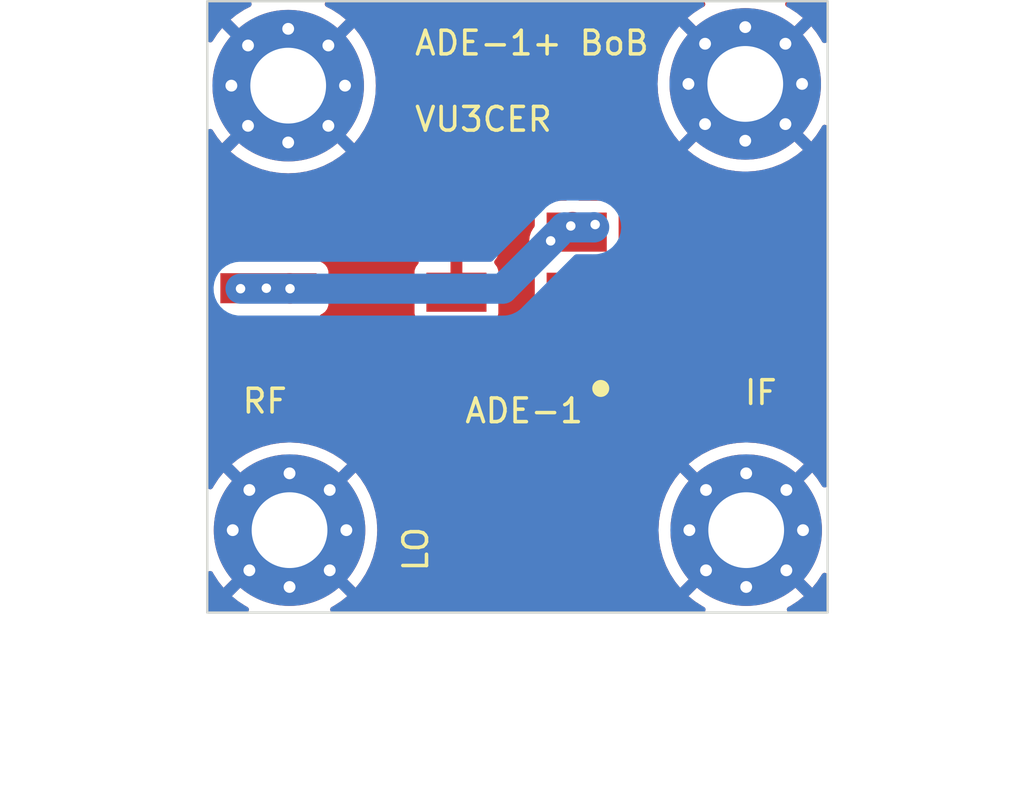
<source format=kicad_pcb>
(kicad_pcb (version 20221018) (generator pcbnew)
  (layers (0 "F.Cu" signal) (31 "B.Cu" signal) (34 "B.Paste" user) (35 "F.Paste" user) (36 "B.SilkS" user "B.Silkscreen") (37 "F.SilkS" user "F.Silkscreen") (38 "B.Mask" user) (39 "F.Mask" user) (44 "Edge.Cuts" user))
  (net 0 "")
  (net 1 "GND")
  (net 2 "Net-(MX1-IF)")
  (net 3 "Net-(MX1-RF)")
  (net 4 "Net-(MX1-LO)")
  (footprint "footprints:SMA_EDGELAUNCH_Modded" (layer "F.Cu") (at 110.52 105.7 180)
    (fp_text reference "SMA3" hide)
    (fp_text value "IF" (at 1.04745 -4.36) (layer "F.SilkS") (effects (justify right)))
    (pad "1" smd rect (at 2.032 0 270) (size 1.27 4.064) (layers "F.Cu" "F.Mask") (net 2 "Net-(MX1-IF)"))
    (pad "2" smd rect (at 2.032 -2.54 270) (size 1.524 4.064) (layers "F.Cu" "F.Mask") (net 1 "GND"))
    (pad "2" smd rect (at 2.032 2.54 270) (size 1.524 4.064) (layers "F.Cu" "F.Mask") (net 1 "GND"))
  )
  (footprint "footprints:SMA_EDGELAUNCH_Modded" (layer "F.Cu") (at 85.878 105.65)
    (fp_text reference "SMA1" hide)
    (fp_text value "RF" (at 2.902 4.77 180) (layer "F.SilkS") (effects (justify right)))
    (pad "1" smd rect (at 2.032 0 90) (size 1.27 4.064) (layers "F.Cu" "F.Mask") (net 3 "Net-(MX1-RF)"))
    (pad "2" smd rect (at 2.032 -2.54 90) (size 1.524 4.064) (layers "F.Cu" "F.Mask") (net 1 "GND"))
    (pad "2" smd rect (at 2.032 2.54 90) (size 1.524 4.064) (layers "F.Cu" "F.Mask") (net 1 "GND"))
  )
  (footprint "footprints:CD636_Modded" (layer "F.Cu") (at 98.39 105.82 90)
    (fp_text reference "MX1" hide)
    (fp_text value "ADE-1" (at -5.01 0.32) (layer "F.SilkS") (effects (font (size 1.001016 1.001016))))
    (fp_circle (center -4.064 3.556) (end -3.7048 3.556) (fill solid) (layer "F.SilkS"))
    (pad "1" smd rect (at -2.54 2.54 90) (size 1.651 2.54) (layers "F.Cu" "F.Paste" "F.Mask") (net 1 "GND"))
    (pad "2" smd rect (at 0 2.54 90) (size 1.651 2.54) (layers "F.Cu" "F.Paste" "F.Mask") (net 2 "Net-(MX1-IF)"))
    (pad "3" smd rect (at 2.54 2.54 90) (size 1.651 2.54) (layers "F.Cu" "F.Paste" "F.Mask") (net 3 "Net-(MX1-RF)"))
    (pad "4" smd rect (at 2.54 -2.54 90) (size 1.651 2.54) (layers "F.Cu" "F.Paste" "F.Mask") (net 1 "GND"))
    (pad "5" smd rect (at 0 -2.54 90) (size 1.651 2.54) (layers "F.Cu" "F.Paste" "F.Mask") (net 1 "GND"))
    (pad "6" smd rect (at -2.54 -2.54 90) (size 1.651 2.54) (layers "F.Cu" "F.Paste" "F.Mask") (net 4 "Net-(MX1-LO)"))
  )
  (footprint "MountingHole:MountingHole_3.2mm_M3_Pad_Via" (layer "F.Cu") (at 88.742944 97.092944)
    (fp_text reference "H1" hide)
    (fp_text value "MountingHole_Pad" hide)
    (pad "1" thru_hole circle (at -2.4 0) (size 0.8 0.8) (drill 0.5) (layers "*.Cu" "*.Mask") (net 1 "GND"))
    (pad "1" thru_hole circle (at -1.697056 -1.697056) (size 0.8 0.8) (drill 0.5) (layers "*.Cu" "*.Mask") (net 1 "GND"))
    (pad "1" thru_hole circle (at -1.697056 1.697056) (size 0.8 0.8) (drill 0.5) (layers "*.Cu" "*.Mask") (net 1 "GND"))
    (pad "1" thru_hole circle (at 0 -2.4) (size 0.8 0.8) (drill 0.5) (layers "*.Cu" "*.Mask") (net 1 "GND"))
    (pad "1" thru_hole circle (at 0 0) (size 6.4 6.4) (drill 3.2) (layers "*.Cu" "*.Mask") (net 1 "GND"))
    (pad "1" thru_hole circle (at 0 2.4) (size 0.8 0.8) (drill 0.5) (layers "*.Cu" "*.Mask") (net 1 "GND"))
    (pad "1" thru_hole circle (at 1.697056 -1.697056) (size 0.8 0.8) (drill 0.5) (layers "*.Cu" "*.Mask") (net 1 "GND"))
    (pad "1" thru_hole circle (at 1.697056 1.697056) (size 0.8 0.8) (drill 0.5) (layers "*.Cu" "*.Mask") (net 1 "GND"))
    (pad "1" thru_hole circle (at 2.4 0) (size 0.8 0.8) (drill 0.5) (layers "*.Cu" "*.Mask") (net 1 "GND"))
  )
  (footprint "footprints:SMA_EDGELAUNCH_Modded" (layer "F.Cu") (at 98.61 118.132 90)
    (fp_text reference "SMA2" hide)
    (fp_text value "LO" (at 0.432 -4.48 270) (layer "F.SilkS") (effects (justify left)))
    (pad "1" smd rect (at 2.032 0 180) (size 1.27 4.064) (layers "F.Cu" "F.Mask") (net 4 "Net-(MX1-LO)"))
    (pad "2" smd rect (at 2.032 -2.54 180) (size 1.524 4.064) (layers "F.Cu" "F.Mask") (net 1 "GND"))
    (pad "2" smd rect (at 2.032 2.54 180) (size 1.524 4.064) (layers "F.Cu" "F.Mask") (net 1 "GND"))
  )
  (footprint "MountingHole:MountingHole_3.2mm_M3_Pad_Via" (layer "F.Cu") (at 108.05 97.02)
    (fp_text reference "H2" hide)
    (fp_text value "MountingHole_Pad" hide)
    (pad "1" thru_hole circle (at -2.4 0) (size 0.8 0.8) (drill 0.5) (layers "*.Cu" "*.Mask") (net 1 "GND"))
    (pad "1" thru_hole circle (at -1.697056 -1.697056) (size 0.8 0.8) (drill 0.5) (layers "*.Cu" "*.Mask") (net 1 "GND"))
    (pad "1" thru_hole circle (at -1.697056 1.697056) (size 0.8 0.8) (drill 0.5) (layers "*.Cu" "*.Mask") (net 1 "GND"))
    (pad "1" thru_hole circle (at 0 -2.4) (size 0.8 0.8) (drill 0.5) (layers "*.Cu" "*.Mask") (net 1 "GND"))
    (pad "1" thru_hole circle (at 0 0) (size 6.4 6.4) (drill 3.2) (layers "*.Cu" "*.Mask") (net 1 "GND"))
    (pad "1" thru_hole circle (at 0 2.4) (size 0.8 0.8) (drill 0.5) (layers "*.Cu" "*.Mask") (net 1 "GND"))
    (pad "1" thru_hole circle (at 1.697056 -1.697056) (size 0.8 0.8) (drill 0.5) (layers "*.Cu" "*.Mask") (net 1 "GND"))
    (pad "1" thru_hole circle (at 1.697056 1.697056) (size 0.8 0.8) (drill 0.5) (layers "*.Cu" "*.Mask") (net 1 "GND"))
    (pad "1" thru_hole circle (at 2.4 0) (size 0.8 0.8) (drill 0.5) (layers "*.Cu" "*.Mask") (net 1 "GND"))
  )
  (footprint "MountingHole:MountingHole_3.2mm_M3_Pad_Via" (layer "F.Cu") (at 88.8 115.87)
    (fp_text reference "H3" hide)
    (fp_text value "MountingHole_Pad" hide)
    (pad "1" thru_hole circle (at -2.4 0) (size 0.8 0.8) (drill 0.5) (layers "*.Cu" "*.Mask") (net 1 "GND"))
    (pad "1" thru_hole circle (at -1.697056 -1.697056) (size 0.8 0.8) (drill 0.5) (layers "*.Cu" "*.Mask") (net 1 "GND"))
    (pad "1" thru_hole circle (at -1.697056 1.697056) (size 0.8 0.8) (drill 0.5) (layers "*.Cu" "*.Mask") (net 1 "GND"))
    (pad "1" thru_hole circle (at 0 -2.4) (size 0.8 0.8) (drill 0.5) (layers "*.Cu" "*.Mask") (net 1 "GND"))
    (pad "1" thru_hole circle (at 0 0) (size 6.4 6.4) (drill 3.2) (layers "*.Cu" "*.Mask") (net 1 "GND"))
    (pad "1" thru_hole circle (at 0 2.4) (size 0.8 0.8) (drill 0.5) (layers "*.Cu" "*.Mask") (net 1 "GND"))
    (pad "1" thru_hole circle (at 1.697056 -1.697056) (size 0.8 0.8) (drill 0.5) (layers "*.Cu" "*.Mask") (net 1 "GND"))
    (pad "1" thru_hole circle (at 1.697056 1.697056) (size 0.8 0.8) (drill 0.5) (layers "*.Cu" "*.Mask") (net 1 "GND"))
    (pad "1" thru_hole circle (at 2.4 0) (size 0.8 0.8) (drill 0.5) (layers "*.Cu" "*.Mask") (net 1 "GND"))
  )
  (footprint "MountingHole:MountingHole_3.2mm_M3_Pad_Via" (layer "F.Cu") (at 108.09 115.87)
    (fp_text reference "H4" hide)
    (fp_text value "MountingHole_Pad" hide)
    (pad "1" thru_hole circle (at -2.4 0) (size 0.8 0.8) (drill 0.5) (layers "*.Cu" "*.Mask") (net 1 "GND"))
    (pad "1" thru_hole circle (at -1.697056 -1.697056) (size 0.8 0.8) (drill 0.5) (layers "*.Cu" "*.Mask") (net 1 "GND"))
    (pad "1" thru_hole circle (at -1.697056 1.697056) (size 0.8 0.8) (drill 0.5) (layers "*.Cu" "*.Mask") (net 1 "GND"))
    (pad "1" thru_hole circle (at 0 -2.4) (size 0.8 0.8) (drill 0.5) (layers "*.Cu" "*.Mask") (net 1 "GND"))
    (pad "1" thru_hole circle (at 0 0) (size 6.4 6.4) (drill 3.2) (layers "*.Cu" "*.Mask") (net 1 "GND"))
    (pad "1" thru_hole circle (at 0 2.4) (size 0.8 0.8) (drill 0.5) (layers "*.Cu" "*.Mask") (net 1 "GND"))
    (pad "1" thru_hole circle (at 1.697056 -1.697056) (size 0.8 0.8) (drill 0.5) (layers "*.Cu" "*.Mask") (net 1 "GND"))
    (pad "1" thru_hole circle (at 1.697056 1.697056) (size 0.8 0.8) (drill 0.5) (layers "*.Cu" "*.Mask") (net 1 "GND"))
    (pad "1" thru_hole circle (at 2.4 0) (size 0.8 0.8) (drill 0.5) (layers "*.Cu" "*.Mask") (net 1 "GND"))
  )
  (gr_rect (start 85.3234 93.525) (end 111.53 119.35) (stroke (width 0.1)) (fill none) (layer "Edge.Cuts"))
  (gr_text "ADE-1+ BoB\n\nVU3CER" (at 94.01 99.1) (layer "F.SilkS") (effects (font (size 1 1)) (justify left bottom)))
  (segment (start 108.488 105.7) (end 101.05 105.7) (width 1.27) (layer "F.Cu") (net 2))
  (segment (start 100.93 103.24) (end 100.75 103.06) (width 1.27) (layer "F.Cu") (net 3))
  (segment (start 88.82 105.67) (end 88.8 105.65) (width 1.27) (layer "F.Cu") (net 3))
  (via (at 88.82 105.67) (size 0.8) (drill 0.4) (layers "F.Cu" "B.Cu") (net 3))
  (via (at 87.82 105.65) (size 0.8) (drill 0.4) (layers "F.Cu" "B.Cu") (net 3))
  (via (at 101.71 102.96) (size 0.8) (drill 0.4) (layers "F.Cu" "B.Cu") (net 3))
  (via (at 99.83 103.65) (size 0.8) (drill 0.4) (layers "F.Cu" "B.Cu") (net 3))
  (via (at 86.73 105.67) (size 0.8) (drill 0.4) (layers "F.Cu" "B.Cu") (net 3))
  (via (at 100.68 103.02) (size 0.8) (drill 0.4) (layers "F.Cu" "B.Cu") (net 3))
  (segment (start 101.66 103.08) (end 101.67 103.07) (width 1.27) (layer "B.Cu") (net 3))
  (segment (start 100.4 103.08) (end 101.66 103.08) (width 1.27) (layer "B.Cu") (net 3))
  (segment (start 100.4 103.08) (end 100.3 103.18) (width 1.27) (layer "B.Cu") (net 3))
  (segment (start 86.73 105.67) (end 97.81 105.67) (width 1.27) (layer "B.Cu") (net 3))
  (segment (start 97.81 105.67) (end 100.12 103.36) (width 1.27) (layer "B.Cu") (net 3))
  (segment (start 98.61 108.97) (end 98.61 116.1) (width 1.27) (layer "F.Cu") (net 4))
  (segment (start 98 108.36) (end 98.61 108.97) (width 1.27) (layer "F.Cu") (net 4))
  (segment (start 95.85 108.36) (end 98 108.36) (width 1.27) (layer "F.Cu") (net 4))
  (zone (net 1) (net_name "GND") (layer "F.Cu") (priority 1) (connect_pads (clearance 0.5)) (min_thickness 0.25) (fill yes (thermal_gap 0.5) (thermal_bridge_width 0.5))
    (polygon (pts (xy 85.325 93.525) (xy 111.525 93.525) (xy 111.525 119.35) (xy 85.325 119.35)))
  )
  (zone (net 1) (net_name "GND") (layer "B.Cu") (connect_pads (clearance 0.5)) (min_thickness 0.25) (fill yes (thermal_gap 0.5) (thermal_bridge_width 0.5))
    (polygon (pts (xy 85.325 93.525) (xy 111.525 93.55) (xy 111.525 119.35) (xy 85.325 119.35)))
  )
)
</source>
